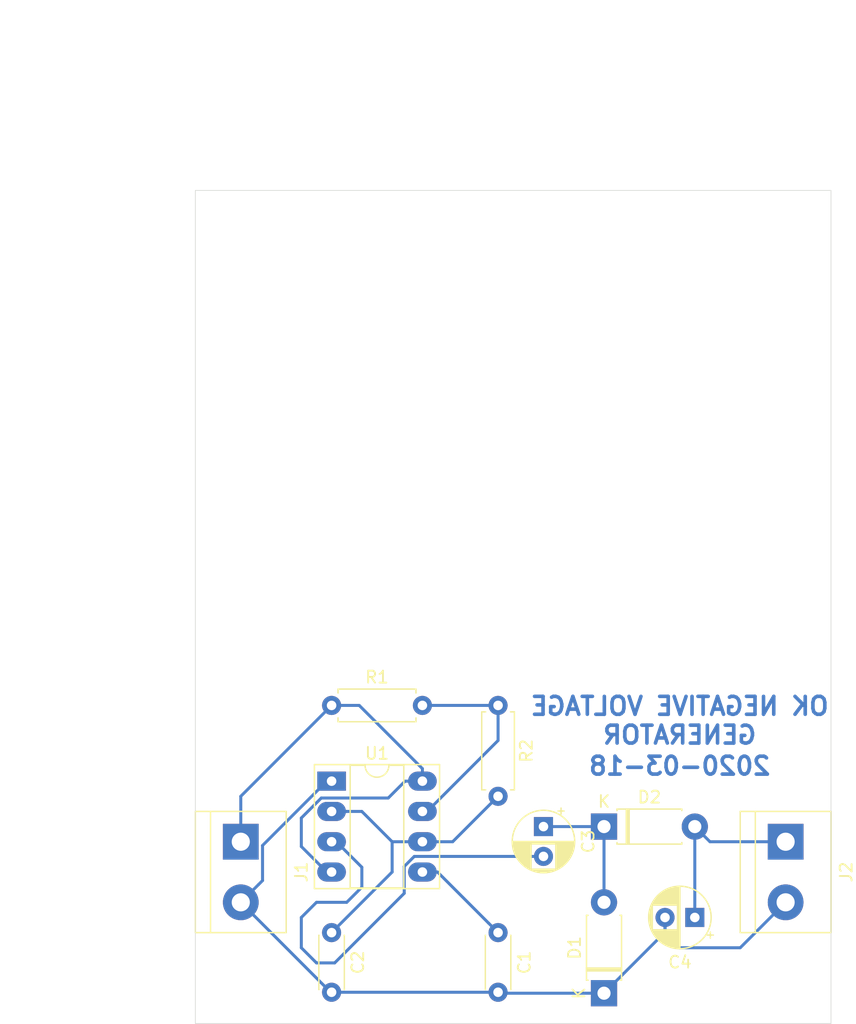
<source format=kicad_pcb>
(kicad_pcb (version 20171130) (host pcbnew "(5.1.4)-1")

  (general
    (thickness 1.6)
    (drawings 8)
    (tracks 65)
    (zones 0)
    (modules 11)
    (nets 9)
  )

  (page A4)
  (layers
    (0 F.Cu signal)
    (31 B.Cu signal)
    (32 B.Adhes user)
    (33 F.Adhes user)
    (34 B.Paste user)
    (35 F.Paste user)
    (36 B.SilkS user)
    (37 F.SilkS user)
    (38 B.Mask user)
    (39 F.Mask user)
    (40 Dwgs.User user)
    (41 Cmts.User user)
    (42 Eco1.User user)
    (43 Eco2.User user)
    (44 Edge.Cuts user)
    (45 Margin user)
    (46 B.CrtYd user)
    (47 F.CrtYd user)
    (48 B.Fab user)
    (49 F.Fab user)
  )

  (setup
    (last_trace_width 0.25)
    (trace_clearance 0.2)
    (zone_clearance 0.508)
    (zone_45_only no)
    (trace_min 0.2)
    (via_size 0.8)
    (via_drill 0.4)
    (via_min_size 0.4)
    (via_min_drill 0.3)
    (uvia_size 0.3)
    (uvia_drill 0.1)
    (uvias_allowed no)
    (uvia_min_size 0.2)
    (uvia_min_drill 0.1)
    (edge_width 0.05)
    (segment_width 0.2)
    (pcb_text_width 0.3)
    (pcb_text_size 1.5 1.5)
    (mod_edge_width 0.12)
    (mod_text_size 1 1)
    (mod_text_width 0.15)
    (pad_size 1.524 1.524)
    (pad_drill 0.762)
    (pad_to_mask_clearance 0.051)
    (solder_mask_min_width 0.25)
    (aux_axis_origin 0 0)
    (visible_elements 7FFFFFFF)
    (pcbplotparams
      (layerselection 0x010fc_ffffffff)
      (usegerberextensions false)
      (usegerberattributes false)
      (usegerberadvancedattributes false)
      (creategerberjobfile false)
      (excludeedgelayer true)
      (linewidth 0.100000)
      (plotframeref false)
      (viasonmask false)
      (mode 1)
      (useauxorigin false)
      (hpglpennumber 1)
      (hpglpenspeed 20)
      (hpglpendiameter 15.000000)
      (psnegative false)
      (psa4output false)
      (plotreference true)
      (plotvalue true)
      (plotinvisibletext false)
      (padsonsilk false)
      (subtractmaskfromsilk false)
      (outputformat 1)
      (mirror false)
      (drillshape 1)
      (scaleselection 1)
      (outputdirectory ""))
  )

  (net 0 "")
  (net 1 N$2)
  (net 2 GND)
  (net 3 N$1)
  (net 4 N$5)
  (net 5 N$4)
  (net 6 N$6)
  (net 7 VCC)
  (net 8 N$3)

  (net_class Default "This is the default net class."
    (clearance 0.2)
    (trace_width 0.25)
    (via_dia 0.8)
    (via_drill 0.4)
    (uvia_dia 0.3)
    (uvia_drill 0.1)
    (add_net GND)
    (add_net N$1)
    (add_net N$2)
    (add_net N$3)
    (add_net N$4)
    (add_net N$5)
    (add_net N$6)
    (add_net VCC)
  )

  (module Capacitor_THT:C_Disc_D4.3mm_W1.9mm_P5.00mm (layer F.Cu) (tedit 5AE50EF0) (tstamp 5E71B1E6)
    (at 76.2 154.94 270)
    (descr "C, Disc series, Radial, pin pitch=5.00mm, , diameter*width=4.3*1.9mm^2, Capacitor, http://www.vishay.com/docs/45233/krseries.pdf")
    (tags "C Disc series Radial pin pitch 5.00mm  diameter 4.3mm width 1.9mm Capacitor")
    (path /top/make_capacitor0/7015427433656065807)
    (fp_text reference C1 (at 2.5 -2.2 90) (layer F.SilkS)
      (effects (font (size 1 1) (thickness 0.15)))
    )
    (fp_text value 0.1uF (at 2.5 2.2 90) (layer F.Fab)
      (effects (font (size 1 1) (thickness 0.15)))
    )
    (fp_text user %R (at 2.5 0 90) (layer F.Fab)
      (effects (font (size 0.86 0.86) (thickness 0.129)))
    )
    (fp_line (start 6.05 -1.2) (end -1.05 -1.2) (layer F.CrtYd) (width 0.05))
    (fp_line (start 6.05 1.2) (end 6.05 -1.2) (layer F.CrtYd) (width 0.05))
    (fp_line (start -1.05 1.2) (end 6.05 1.2) (layer F.CrtYd) (width 0.05))
    (fp_line (start -1.05 -1.2) (end -1.05 1.2) (layer F.CrtYd) (width 0.05))
    (fp_line (start 4.77 1.055) (end 4.77 1.07) (layer F.SilkS) (width 0.12))
    (fp_line (start 4.77 -1.07) (end 4.77 -1.055) (layer F.SilkS) (width 0.12))
    (fp_line (start 0.23 1.055) (end 0.23 1.07) (layer F.SilkS) (width 0.12))
    (fp_line (start 0.23 -1.07) (end 0.23 -1.055) (layer F.SilkS) (width 0.12))
    (fp_line (start 0.23 1.07) (end 4.77 1.07) (layer F.SilkS) (width 0.12))
    (fp_line (start 0.23 -1.07) (end 4.77 -1.07) (layer F.SilkS) (width 0.12))
    (fp_line (start 4.65 -0.95) (end 0.35 -0.95) (layer F.Fab) (width 0.1))
    (fp_line (start 4.65 0.95) (end 4.65 -0.95) (layer F.Fab) (width 0.1))
    (fp_line (start 0.35 0.95) (end 4.65 0.95) (layer F.Fab) (width 0.1))
    (fp_line (start 0.35 -0.95) (end 0.35 0.95) (layer F.Fab) (width 0.1))
    (pad 2 thru_hole circle (at 5 0 270) (size 1.6 1.6) (drill 0.8) (layers *.Cu *.Mask)
      (net 2 GND))
    (pad 1 thru_hole circle (at 0 0 270) (size 1.6 1.6) (drill 0.8) (layers *.Cu *.Mask)
      (net 1 N$2))
    (model ${KISYS3DMOD}/Capacitor_THT.3dshapes/C_Disc_D4.3mm_W1.9mm_P5.00mm.wrl
      (at (xyz 0 0 0))
      (scale (xyz 1 1 1))
      (rotate (xyz 0 0 0))
    )
  )

  (module Capacitor_THT:C_Disc_D4.3mm_W1.9mm_P5.00mm (layer F.Cu) (tedit 5AE50EF0) (tstamp 5E71B1FB)
    (at 62.23 154.94 270)
    (descr "C, Disc series, Radial, pin pitch=5.00mm, , diameter*width=4.3*1.9mm^2, Capacitor, http://www.vishay.com/docs/45233/krseries.pdf")
    (tags "C Disc series Radial pin pitch 5.00mm  diameter 4.3mm width 1.9mm Capacitor")
    (path /top/make_capacitor1/17300385552054863131)
    (fp_text reference C2 (at 2.5 -2.2 90) (layer F.SilkS)
      (effects (font (size 1 1) (thickness 0.15)))
    )
    (fp_text value 0.022uF (at 2.5 2.2 90) (layer F.Fab)
      (effects (font (size 1 1) (thickness 0.15)))
    )
    (fp_line (start 0.35 -0.95) (end 0.35 0.95) (layer F.Fab) (width 0.1))
    (fp_line (start 0.35 0.95) (end 4.65 0.95) (layer F.Fab) (width 0.1))
    (fp_line (start 4.65 0.95) (end 4.65 -0.95) (layer F.Fab) (width 0.1))
    (fp_line (start 4.65 -0.95) (end 0.35 -0.95) (layer F.Fab) (width 0.1))
    (fp_line (start 0.23 -1.07) (end 4.77 -1.07) (layer F.SilkS) (width 0.12))
    (fp_line (start 0.23 1.07) (end 4.77 1.07) (layer F.SilkS) (width 0.12))
    (fp_line (start 0.23 -1.07) (end 0.23 -1.055) (layer F.SilkS) (width 0.12))
    (fp_line (start 0.23 1.055) (end 0.23 1.07) (layer F.SilkS) (width 0.12))
    (fp_line (start 4.77 -1.07) (end 4.77 -1.055) (layer F.SilkS) (width 0.12))
    (fp_line (start 4.77 1.055) (end 4.77 1.07) (layer F.SilkS) (width 0.12))
    (fp_line (start -1.05 -1.2) (end -1.05 1.2) (layer F.CrtYd) (width 0.05))
    (fp_line (start -1.05 1.2) (end 6.05 1.2) (layer F.CrtYd) (width 0.05))
    (fp_line (start 6.05 1.2) (end 6.05 -1.2) (layer F.CrtYd) (width 0.05))
    (fp_line (start 6.05 -1.2) (end -1.05 -1.2) (layer F.CrtYd) (width 0.05))
    (fp_text user %R (at 2.5 0 90) (layer F.Fab)
      (effects (font (size 0.86 0.86) (thickness 0.129)))
    )
    (pad 1 thru_hole circle (at 0 0 270) (size 1.6 1.6) (drill 0.8) (layers *.Cu *.Mask)
      (net 3 N$1))
    (pad 2 thru_hole circle (at 5 0 270) (size 1.6 1.6) (drill 0.8) (layers *.Cu *.Mask)
      (net 2 GND))
    (model ${KISYS3DMOD}/Capacitor_THT.3dshapes/C_Disc_D4.3mm_W1.9mm_P5.00mm.wrl
      (at (xyz 0 0 0))
      (scale (xyz 1 1 1))
      (rotate (xyz 0 0 0))
    )
  )

  (module Capacitor_THT:CP_Radial_D5.0mm_P2.50mm (layer F.Cu) (tedit 5AE50EF0) (tstamp 5E72EEBA)
    (at 80.01 146.05 270)
    (descr "CP, Radial series, Radial, pin pitch=2.50mm, , diameter=5mm, Electrolytic Capacitor")
    (tags "CP Radial series Radial pin pitch 2.50mm  diameter 5mm Electrolytic Capacitor")
    (path /top/make_electrolytic_capacitor0/7105215154516364399)
    (fp_text reference C3 (at 1.25 -3.75 90) (layer F.SilkS)
      (effects (font (size 1 1) (thickness 0.15)))
    )
    (fp_text value 22uF (at 1.25 3.75 90) (layer F.Fab)
      (effects (font (size 1 1) (thickness 0.15)))
    )
    (fp_text user %R (at 1.25 0 90) (layer F.Fab)
      (effects (font (size 1 1) (thickness 0.15)))
    )
    (fp_line (start -1.304775 -1.725) (end -1.304775 -1.225) (layer F.SilkS) (width 0.12))
    (fp_line (start -1.554775 -1.475) (end -1.054775 -1.475) (layer F.SilkS) (width 0.12))
    (fp_line (start 3.851 -0.284) (end 3.851 0.284) (layer F.SilkS) (width 0.12))
    (fp_line (start 3.811 -0.518) (end 3.811 0.518) (layer F.SilkS) (width 0.12))
    (fp_line (start 3.771 -0.677) (end 3.771 0.677) (layer F.SilkS) (width 0.12))
    (fp_line (start 3.731 -0.805) (end 3.731 0.805) (layer F.SilkS) (width 0.12))
    (fp_line (start 3.691 -0.915) (end 3.691 0.915) (layer F.SilkS) (width 0.12))
    (fp_line (start 3.651 -1.011) (end 3.651 1.011) (layer F.SilkS) (width 0.12))
    (fp_line (start 3.611 -1.098) (end 3.611 1.098) (layer F.SilkS) (width 0.12))
    (fp_line (start 3.571 -1.178) (end 3.571 1.178) (layer F.SilkS) (width 0.12))
    (fp_line (start 3.531 1.04) (end 3.531 1.251) (layer F.SilkS) (width 0.12))
    (fp_line (start 3.531 -1.251) (end 3.531 -1.04) (layer F.SilkS) (width 0.12))
    (fp_line (start 3.491 1.04) (end 3.491 1.319) (layer F.SilkS) (width 0.12))
    (fp_line (start 3.491 -1.319) (end 3.491 -1.04) (layer F.SilkS) (width 0.12))
    (fp_line (start 3.451 1.04) (end 3.451 1.383) (layer F.SilkS) (width 0.12))
    (fp_line (start 3.451 -1.383) (end 3.451 -1.04) (layer F.SilkS) (width 0.12))
    (fp_line (start 3.411 1.04) (end 3.411 1.443) (layer F.SilkS) (width 0.12))
    (fp_line (start 3.411 -1.443) (end 3.411 -1.04) (layer F.SilkS) (width 0.12))
    (fp_line (start 3.371 1.04) (end 3.371 1.5) (layer F.SilkS) (width 0.12))
    (fp_line (start 3.371 -1.5) (end 3.371 -1.04) (layer F.SilkS) (width 0.12))
    (fp_line (start 3.331 1.04) (end 3.331 1.554) (layer F.SilkS) (width 0.12))
    (fp_line (start 3.331 -1.554) (end 3.331 -1.04) (layer F.SilkS) (width 0.12))
    (fp_line (start 3.291 1.04) (end 3.291 1.605) (layer F.SilkS) (width 0.12))
    (fp_line (start 3.291 -1.605) (end 3.291 -1.04) (layer F.SilkS) (width 0.12))
    (fp_line (start 3.251 1.04) (end 3.251 1.653) (layer F.SilkS) (width 0.12))
    (fp_line (start 3.251 -1.653) (end 3.251 -1.04) (layer F.SilkS) (width 0.12))
    (fp_line (start 3.211 1.04) (end 3.211 1.699) (layer F.SilkS) (width 0.12))
    (fp_line (start 3.211 -1.699) (end 3.211 -1.04) (layer F.SilkS) (width 0.12))
    (fp_line (start 3.171 1.04) (end 3.171 1.743) (layer F.SilkS) (width 0.12))
    (fp_line (start 3.171 -1.743) (end 3.171 -1.04) (layer F.SilkS) (width 0.12))
    (fp_line (start 3.131 1.04) (end 3.131 1.785) (layer F.SilkS) (width 0.12))
    (fp_line (start 3.131 -1.785) (end 3.131 -1.04) (layer F.SilkS) (width 0.12))
    (fp_line (start 3.091 1.04) (end 3.091 1.826) (layer F.SilkS) (width 0.12))
    (fp_line (start 3.091 -1.826) (end 3.091 -1.04) (layer F.SilkS) (width 0.12))
    (fp_line (start 3.051 1.04) (end 3.051 1.864) (layer F.SilkS) (width 0.12))
    (fp_line (start 3.051 -1.864) (end 3.051 -1.04) (layer F.SilkS) (width 0.12))
    (fp_line (start 3.011 1.04) (end 3.011 1.901) (layer F.SilkS) (width 0.12))
    (fp_line (start 3.011 -1.901) (end 3.011 -1.04) (layer F.SilkS) (width 0.12))
    (fp_line (start 2.971 1.04) (end 2.971 1.937) (layer F.SilkS) (width 0.12))
    (fp_line (start 2.971 -1.937) (end 2.971 -1.04) (layer F.SilkS) (width 0.12))
    (fp_line (start 2.931 1.04) (end 2.931 1.971) (layer F.SilkS) (width 0.12))
    (fp_line (start 2.931 -1.971) (end 2.931 -1.04) (layer F.SilkS) (width 0.12))
    (fp_line (start 2.891 1.04) (end 2.891 2.004) (layer F.SilkS) (width 0.12))
    (fp_line (start 2.891 -2.004) (end 2.891 -1.04) (layer F.SilkS) (width 0.12))
    (fp_line (start 2.851 1.04) (end 2.851 2.035) (layer F.SilkS) (width 0.12))
    (fp_line (start 2.851 -2.035) (end 2.851 -1.04) (layer F.SilkS) (width 0.12))
    (fp_line (start 2.811 1.04) (end 2.811 2.065) (layer F.SilkS) (width 0.12))
    (fp_line (start 2.811 -2.065) (end 2.811 -1.04) (layer F.SilkS) (width 0.12))
    (fp_line (start 2.771 1.04) (end 2.771 2.095) (layer F.SilkS) (width 0.12))
    (fp_line (start 2.771 -2.095) (end 2.771 -1.04) (layer F.SilkS) (width 0.12))
    (fp_line (start 2.731 1.04) (end 2.731 2.122) (layer F.SilkS) (width 0.12))
    (fp_line (start 2.731 -2.122) (end 2.731 -1.04) (layer F.SilkS) (width 0.12))
    (fp_line (start 2.691 1.04) (end 2.691 2.149) (layer F.SilkS) (width 0.12))
    (fp_line (start 2.691 -2.149) (end 2.691 -1.04) (layer F.SilkS) (width 0.12))
    (fp_line (start 2.651 1.04) (end 2.651 2.175) (layer F.SilkS) (width 0.12))
    (fp_line (start 2.651 -2.175) (end 2.651 -1.04) (layer F.SilkS) (width 0.12))
    (fp_line (start 2.611 1.04) (end 2.611 2.2) (layer F.SilkS) (width 0.12))
    (fp_line (start 2.611 -2.2) (end 2.611 -1.04) (layer F.SilkS) (width 0.12))
    (fp_line (start 2.571 1.04) (end 2.571 2.224) (layer F.SilkS) (width 0.12))
    (fp_line (start 2.571 -2.224) (end 2.571 -1.04) (layer F.SilkS) (width 0.12))
    (fp_line (start 2.531 1.04) (end 2.531 2.247) (layer F.SilkS) (width 0.12))
    (fp_line (start 2.531 -2.247) (end 2.531 -1.04) (layer F.SilkS) (width 0.12))
    (fp_line (start 2.491 1.04) (end 2.491 2.268) (layer F.SilkS) (width 0.12))
    (fp_line (start 2.491 -2.268) (end 2.491 -1.04) (layer F.SilkS) (width 0.12))
    (fp_line (start 2.451 1.04) (end 2.451 2.29) (layer F.SilkS) (width 0.12))
    (fp_line (start 2.451 -2.29) (end 2.451 -1.04) (layer F.SilkS) (width 0.12))
    (fp_line (start 2.411 1.04) (end 2.411 2.31) (layer F.SilkS) (width 0.12))
    (fp_line (start 2.411 -2.31) (end 2.411 -1.04) (layer F.SilkS) (width 0.12))
    (fp_line (start 2.371 1.04) (end 2.371 2.329) (layer F.SilkS) (width 0.12))
    (fp_line (start 2.371 -2.329) (end 2.371 -1.04) (layer F.SilkS) (width 0.12))
    (fp_line (start 2.331 1.04) (end 2.331 2.348) (layer F.SilkS) (width 0.12))
    (fp_line (start 2.331 -2.348) (end 2.331 -1.04) (layer F.SilkS) (width 0.12))
    (fp_line (start 2.291 1.04) (end 2.291 2.365) (layer F.SilkS) (width 0.12))
    (fp_line (start 2.291 -2.365) (end 2.291 -1.04) (layer F.SilkS) (width 0.12))
    (fp_line (start 2.251 1.04) (end 2.251 2.382) (layer F.SilkS) (width 0.12))
    (fp_line (start 2.251 -2.382) (end 2.251 -1.04) (layer F.SilkS) (width 0.12))
    (fp_line (start 2.211 1.04) (end 2.211 2.398) (layer F.SilkS) (width 0.12))
    (fp_line (start 2.211 -2.398) (end 2.211 -1.04) (layer F.SilkS) (width 0.12))
    (fp_line (start 2.171 1.04) (end 2.171 2.414) (layer F.SilkS) (width 0.12))
    (fp_line (start 2.171 -2.414) (end 2.171 -1.04) (layer F.SilkS) (width 0.12))
    (fp_line (start 2.131 1.04) (end 2.131 2.428) (layer F.SilkS) (width 0.12))
    (fp_line (start 2.131 -2.428) (end 2.131 -1.04) (layer F.SilkS) (width 0.12))
    (fp_line (start 2.091 1.04) (end 2.091 2.442) (layer F.SilkS) (width 0.12))
    (fp_line (start 2.091 -2.442) (end 2.091 -1.04) (layer F.SilkS) (width 0.12))
    (fp_line (start 2.051 1.04) (end 2.051 2.455) (layer F.SilkS) (width 0.12))
    (fp_line (start 2.051 -2.455) (end 2.051 -1.04) (layer F.SilkS) (width 0.12))
    (fp_line (start 2.011 1.04) (end 2.011 2.468) (layer F.SilkS) (width 0.12))
    (fp_line (start 2.011 -2.468) (end 2.011 -1.04) (layer F.SilkS) (width 0.12))
    (fp_line (start 1.971 1.04) (end 1.971 2.48) (layer F.SilkS) (width 0.12))
    (fp_line (start 1.971 -2.48) (end 1.971 -1.04) (layer F.SilkS) (width 0.12))
    (fp_line (start 1.93 1.04) (end 1.93 2.491) (layer F.SilkS) (width 0.12))
    (fp_line (start 1.93 -2.491) (end 1.93 -1.04) (layer F.SilkS) (width 0.12))
    (fp_line (start 1.89 1.04) (end 1.89 2.501) (layer F.SilkS) (width 0.12))
    (fp_line (start 1.89 -2.501) (end 1.89 -1.04) (layer F.SilkS) (width 0.12))
    (fp_line (start 1.85 1.04) (end 1.85 2.511) (layer F.SilkS) (width 0.12))
    (fp_line (start 1.85 -2.511) (end 1.85 -1.04) (layer F.SilkS) (width 0.12))
    (fp_line (start 1.81 1.04) (end 1.81 2.52) (layer F.SilkS) (width 0.12))
    (fp_line (start 1.81 -2.52) (end 1.81 -1.04) (layer F.SilkS) (width 0.12))
    (fp_line (start 1.77 1.04) (end 1.77 2.528) (layer F.SilkS) (width 0.12))
    (fp_line (start 1.77 -2.528) (end 1.77 -1.04) (layer F.SilkS) (width 0.12))
    (fp_line (start 1.73 1.04) (end 1.73 2.536) (layer F.SilkS) (width 0.12))
    (fp_line (start 1.73 -2.536) (end 1.73 -1.04) (layer F.SilkS) (width 0.12))
    (fp_line (start 1.69 1.04) (end 1.69 2.543) (layer F.SilkS) (width 0.12))
    (fp_line (start 1.69 -2.543) (end 1.69 -1.04) (layer F.SilkS) (width 0.12))
    (fp_line (start 1.65 1.04) (end 1.65 2.55) (layer F.SilkS) (width 0.12))
    (fp_line (start 1.65 -2.55) (end 1.65 -1.04) (layer F.SilkS) (width 0.12))
    (fp_line (start 1.61 1.04) (end 1.61 2.556) (layer F.SilkS) (width 0.12))
    (fp_line (start 1.61 -2.556) (end 1.61 -1.04) (layer F.SilkS) (width 0.12))
    (fp_line (start 1.57 1.04) (end 1.57 2.561) (layer F.SilkS) (width 0.12))
    (fp_line (start 1.57 -2.561) (end 1.57 -1.04) (layer F.SilkS) (width 0.12))
    (fp_line (start 1.53 1.04) (end 1.53 2.565) (layer F.SilkS) (width 0.12))
    (fp_line (start 1.53 -2.565) (end 1.53 -1.04) (layer F.SilkS) (width 0.12))
    (fp_line (start 1.49 1.04) (end 1.49 2.569) (layer F.SilkS) (width 0.12))
    (fp_line (start 1.49 -2.569) (end 1.49 -1.04) (layer F.SilkS) (width 0.12))
    (fp_line (start 1.45 -2.573) (end 1.45 2.573) (layer F.SilkS) (width 0.12))
    (fp_line (start 1.41 -2.576) (end 1.41 2.576) (layer F.SilkS) (width 0.12))
    (fp_line (start 1.37 -2.578) (end 1.37 2.578) (layer F.SilkS) (width 0.12))
    (fp_line (start 1.33 -2.579) (end 1.33 2.579) (layer F.SilkS) (width 0.12))
    (fp_line (start 1.29 -2.58) (end 1.29 2.58) (layer F.SilkS) (width 0.12))
    (fp_line (start 1.25 -2.58) (end 1.25 2.58) (layer F.SilkS) (width 0.12))
    (fp_line (start -0.633605 -1.3375) (end -0.633605 -0.8375) (layer F.Fab) (width 0.1))
    (fp_line (start -0.883605 -1.0875) (end -0.383605 -1.0875) (layer F.Fab) (width 0.1))
    (fp_circle (center 1.25 0) (end 4 0) (layer F.CrtYd) (width 0.05))
    (fp_circle (center 1.25 0) (end 3.87 0) (layer F.SilkS) (width 0.12))
    (fp_circle (center 1.25 0) (end 3.75 0) (layer F.Fab) (width 0.1))
    (pad 2 thru_hole circle (at 2.5 0 270) (size 1.6 1.6) (drill 0.8) (layers *.Cu *.Mask)
      (net 5 N$4))
    (pad 1 thru_hole rect (at 0 0 270) (size 1.6 1.6) (drill 0.8) (layers *.Cu *.Mask)
      (net 4 N$5))
    (model ${KISYS3DMOD}/Capacitor_THT.3dshapes/CP_Radial_D5.0mm_P2.50mm.wrl
      (at (xyz 0 0 0))
      (scale (xyz 1 1 1))
      (rotate (xyz 0 0 0))
    )
  )

  (module Capacitor_THT:CP_Radial_D5.0mm_P2.50mm (layer F.Cu) (tedit 5AE50EF0) (tstamp 5E71B303)
    (at 92.71 153.67 180)
    (descr "CP, Radial series, Radial, pin pitch=2.50mm, , diameter=5mm, Electrolytic Capacitor")
    (tags "CP Radial series Radial pin pitch 2.50mm  diameter 5mm Electrolytic Capacitor")
    (path /top/make_electrolytic_capacitor1/12484858582552334614)
    (fp_text reference C4 (at 1.25 -3.75) (layer F.SilkS)
      (effects (font (size 1 1) (thickness 0.15)))
    )
    (fp_text value 22uF (at 1.25 3.75) (layer F.Fab)
      (effects (font (size 1 1) (thickness 0.15)))
    )
    (fp_circle (center 1.25 0) (end 3.75 0) (layer F.Fab) (width 0.1))
    (fp_circle (center 1.25 0) (end 3.87 0) (layer F.SilkS) (width 0.12))
    (fp_circle (center 1.25 0) (end 4 0) (layer F.CrtYd) (width 0.05))
    (fp_line (start -0.883605 -1.0875) (end -0.383605 -1.0875) (layer F.Fab) (width 0.1))
    (fp_line (start -0.633605 -1.3375) (end -0.633605 -0.8375) (layer F.Fab) (width 0.1))
    (fp_line (start 1.25 -2.58) (end 1.25 2.58) (layer F.SilkS) (width 0.12))
    (fp_line (start 1.29 -2.58) (end 1.29 2.58) (layer F.SilkS) (width 0.12))
    (fp_line (start 1.33 -2.579) (end 1.33 2.579) (layer F.SilkS) (width 0.12))
    (fp_line (start 1.37 -2.578) (end 1.37 2.578) (layer F.SilkS) (width 0.12))
    (fp_line (start 1.41 -2.576) (end 1.41 2.576) (layer F.SilkS) (width 0.12))
    (fp_line (start 1.45 -2.573) (end 1.45 2.573) (layer F.SilkS) (width 0.12))
    (fp_line (start 1.49 -2.569) (end 1.49 -1.04) (layer F.SilkS) (width 0.12))
    (fp_line (start 1.49 1.04) (end 1.49 2.569) (layer F.SilkS) (width 0.12))
    (fp_line (start 1.53 -2.565) (end 1.53 -1.04) (layer F.SilkS) (width 0.12))
    (fp_line (start 1.53 1.04) (end 1.53 2.565) (layer F.SilkS) (width 0.12))
    (fp_line (start 1.57 -2.561) (end 1.57 -1.04) (layer F.SilkS) (width 0.12))
    (fp_line (start 1.57 1.04) (end 1.57 2.561) (layer F.SilkS) (width 0.12))
    (fp_line (start 1.61 -2.556) (end 1.61 -1.04) (layer F.SilkS) (width 0.12))
    (fp_line (start 1.61 1.04) (end 1.61 2.556) (layer F.SilkS) (width 0.12))
    (fp_line (start 1.65 -2.55) (end 1.65 -1.04) (layer F.SilkS) (width 0.12))
    (fp_line (start 1.65 1.04) (end 1.65 2.55) (layer F.SilkS) (width 0.12))
    (fp_line (start 1.69 -2.543) (end 1.69 -1.04) (layer F.SilkS) (width 0.12))
    (fp_line (start 1.69 1.04) (end 1.69 2.543) (layer F.SilkS) (width 0.12))
    (fp_line (start 1.73 -2.536) (end 1.73 -1.04) (layer F.SilkS) (width 0.12))
    (fp_line (start 1.73 1.04) (end 1.73 2.536) (layer F.SilkS) (width 0.12))
    (fp_line (start 1.77 -2.528) (end 1.77 -1.04) (layer F.SilkS) (width 0.12))
    (fp_line (start 1.77 1.04) (end 1.77 2.528) (layer F.SilkS) (width 0.12))
    (fp_line (start 1.81 -2.52) (end 1.81 -1.04) (layer F.SilkS) (width 0.12))
    (fp_line (start 1.81 1.04) (end 1.81 2.52) (layer F.SilkS) (width 0.12))
    (fp_line (start 1.85 -2.511) (end 1.85 -1.04) (layer F.SilkS) (width 0.12))
    (fp_line (start 1.85 1.04) (end 1.85 2.511) (layer F.SilkS) (width 0.12))
    (fp_line (start 1.89 -2.501) (end 1.89 -1.04) (layer F.SilkS) (width 0.12))
    (fp_line (start 1.89 1.04) (end 1.89 2.501) (layer F.SilkS) (width 0.12))
    (fp_line (start 1.93 -2.491) (end 1.93 -1.04) (layer F.SilkS) (width 0.12))
    (fp_line (start 1.93 1.04) (end 1.93 2.491) (layer F.SilkS) (width 0.12))
    (fp_line (start 1.971 -2.48) (end 1.971 -1.04) (layer F.SilkS) (width 0.12))
    (fp_line (start 1.971 1.04) (end 1.971 2.48) (layer F.SilkS) (width 0.12))
    (fp_line (start 2.011 -2.468) (end 2.011 -1.04) (layer F.SilkS) (width 0.12))
    (fp_line (start 2.011 1.04) (end 2.011 2.468) (layer F.SilkS) (width 0.12))
    (fp_line (start 2.051 -2.455) (end 2.051 -1.04) (layer F.SilkS) (width 0.12))
    (fp_line (start 2.051 1.04) (end 2.051 2.455) (layer F.SilkS) (width 0.12))
    (fp_line (start 2.091 -2.442) (end 2.091 -1.04) (layer F.SilkS) (width 0.12))
    (fp_line (start 2.091 1.04) (end 2.091 2.442) (layer F.SilkS) (width 0.12))
    (fp_line (start 2.131 -2.428) (end 2.131 -1.04) (layer F.SilkS) (width 0.12))
    (fp_line (start 2.131 1.04) (end 2.131 2.428) (layer F.SilkS) (width 0.12))
    (fp_line (start 2.171 -2.414) (end 2.171 -1.04) (layer F.SilkS) (width 0.12))
    (fp_line (start 2.171 1.04) (end 2.171 2.414) (layer F.SilkS) (width 0.12))
    (fp_line (start 2.211 -2.398) (end 2.211 -1.04) (layer F.SilkS) (width 0.12))
    (fp_line (start 2.211 1.04) (end 2.211 2.398) (layer F.SilkS) (width 0.12))
    (fp_line (start 2.251 -2.382) (end 2.251 -1.04) (layer F.SilkS) (width 0.12))
    (fp_line (start 2.251 1.04) (end 2.251 2.382) (layer F.SilkS) (width 0.12))
    (fp_line (start 2.291 -2.365) (end 2.291 -1.04) (layer F.SilkS) (width 0.12))
    (fp_line (start 2.291 1.04) (end 2.291 2.365) (layer F.SilkS) (width 0.12))
    (fp_line (start 2.331 -2.348) (end 2.331 -1.04) (layer F.SilkS) (width 0.12))
    (fp_line (start 2.331 1.04) (end 2.331 2.348) (layer F.SilkS) (width 0.12))
    (fp_line (start 2.371 -2.329) (end 2.371 -1.04) (layer F.SilkS) (width 0.12))
    (fp_line (start 2.371 1.04) (end 2.371 2.329) (layer F.SilkS) (width 0.12))
    (fp_line (start 2.411 -2.31) (end 2.411 -1.04) (layer F.SilkS) (width 0.12))
    (fp_line (start 2.411 1.04) (end 2.411 2.31) (layer F.SilkS) (width 0.12))
    (fp_line (start 2.451 -2.29) (end 2.451 -1.04) (layer F.SilkS) (width 0.12))
    (fp_line (start 2.451 1.04) (end 2.451 2.29) (layer F.SilkS) (width 0.12))
    (fp_line (start 2.491 -2.268) (end 2.491 -1.04) (layer F.SilkS) (width 0.12))
    (fp_line (start 2.491 1.04) (end 2.491 2.268) (layer F.SilkS) (width 0.12))
    (fp_line (start 2.531 -2.247) (end 2.531 -1.04) (layer F.SilkS) (width 0.12))
    (fp_line (start 2.531 1.04) (end 2.531 2.247) (layer F.SilkS) (width 0.12))
    (fp_line (start 2.571 -2.224) (end 2.571 -1.04) (layer F.SilkS) (width 0.12))
    (fp_line (start 2.571 1.04) (end 2.571 2.224) (layer F.SilkS) (width 0.12))
    (fp_line (start 2.611 -2.2) (end 2.611 -1.04) (layer F.SilkS) (width 0.12))
    (fp_line (start 2.611 1.04) (end 2.611 2.2) (layer F.SilkS) (width 0.12))
    (fp_line (start 2.651 -2.175) (end 2.651 -1.04) (layer F.SilkS) (width 0.12))
    (fp_line (start 2.651 1.04) (end 2.651 2.175) (layer F.SilkS) (width 0.12))
    (fp_line (start 2.691 -2.149) (end 2.691 -1.04) (layer F.SilkS) (width 0.12))
    (fp_line (start 2.691 1.04) (end 2.691 2.149) (layer F.SilkS) (width 0.12))
    (fp_line (start 2.731 -2.122) (end 2.731 -1.04) (layer F.SilkS) (width 0.12))
    (fp_line (start 2.731 1.04) (end 2.731 2.122) (layer F.SilkS) (width 0.12))
    (fp_line (start 2.771 -2.095) (end 2.771 -1.04) (layer F.SilkS) (width 0.12))
    (fp_line (start 2.771 1.04) (end 2.771 2.095) (layer F.SilkS) (width 0.12))
    (fp_line (start 2.811 -2.065) (end 2.811 -1.04) (layer F.SilkS) (width 0.12))
    (fp_line (start 2.811 1.04) (end 2.811 2.065) (layer F.SilkS) (width 0.12))
    (fp_line (start 2.851 -2.035) (end 2.851 -1.04) (layer F.SilkS) (width 0.12))
    (fp_line (start 2.851 1.04) (end 2.851 2.035) (layer F.SilkS) (width 0.12))
    (fp_line (start 2.891 -2.004) (end 2.891 -1.04) (layer F.SilkS) (width 0.12))
    (fp_line (start 2.891 1.04) (end 2.891 2.004) (layer F.SilkS) (width 0.12))
    (fp_line (start 2.931 -1.971) (end 2.931 -1.04) (layer F.SilkS) (width 0.12))
    (fp_line (start 2.931 1.04) (end 2.931 1.971) (layer F.SilkS) (width 0.12))
    (fp_line (start 2.971 -1.937) (end 2.971 -1.04) (layer F.SilkS) (width 0.12))
    (fp_line (start 2.971 1.04) (end 2.971 1.937) (layer F.SilkS) (width 0.12))
    (fp_line (start 3.011 -1.901) (end 3.011 -1.04) (layer F.SilkS) (width 0.12))
    (fp_line (start 3.011 1.04) (end 3.011 1.901) (layer F.SilkS) (width 0.12))
    (fp_line (start 3.051 -1.864) (end 3.051 -1.04) (layer F.SilkS) (width 0.12))
    (fp_line (start 3.051 1.04) (end 3.051 1.864) (layer F.SilkS) (width 0.12))
    (fp_line (start 3.091 -1.826) (end 3.091 -1.04) (layer F.SilkS) (width 0.12))
    (fp_line (start 3.091 1.04) (end 3.091 1.826) (layer F.SilkS) (width 0.12))
    (fp_line (start 3.131 -1.785) (end 3.131 -1.04) (layer F.SilkS) (width 0.12))
    (fp_line (start 3.131 1.04) (end 3.131 1.785) (layer F.SilkS) (width 0.12))
    (fp_line (start 3.171 -1.743) (end 3.171 -1.04) (layer F.SilkS) (width 0.12))
    (fp_line (start 3.171 1.04) (end 3.171 1.743) (layer F.SilkS) (width 0.12))
    (fp_line (start 3.211 -1.699) (end 3.211 -1.04) (layer F.SilkS) (width 0.12))
    (fp_line (start 3.211 1.04) (end 3.211 1.699) (layer F.SilkS) (width 0.12))
    (fp_line (start 3.251 -1.653) (end 3.251 -1.04) (layer F.SilkS) (width 0.12))
    (fp_line (start 3.251 1.04) (end 3.251 1.653) (layer F.SilkS) (width 0.12))
    (fp_line (start 3.291 -1.605) (end 3.291 -1.04) (layer F.SilkS) (width 0.12))
    (fp_line (start 3.291 1.04) (end 3.291 1.605) (layer F.SilkS) (width 0.12))
    (fp_line (start 3.331 -1.554) (end 3.331 -1.04) (layer F.SilkS) (width 0.12))
    (fp_line (start 3.331 1.04) (end 3.331 1.554) (layer F.SilkS) (width 0.12))
    (fp_line (start 3.371 -1.5) (end 3.371 -1.04) (layer F.SilkS) (width 0.12))
    (fp_line (start 3.371 1.04) (end 3.371 1.5) (layer F.SilkS) (width 0.12))
    (fp_line (start 3.411 -1.443) (end 3.411 -1.04) (layer F.SilkS) (width 0.12))
    (fp_line (start 3.411 1.04) (end 3.411 1.443) (layer F.SilkS) (width 0.12))
    (fp_line (start 3.451 -1.383) (end 3.451 -1.04) (layer F.SilkS) (width 0.12))
    (fp_line (start 3.451 1.04) (end 3.451 1.383) (layer F.SilkS) (width 0.12))
    (fp_line (start 3.491 -1.319) (end 3.491 -1.04) (layer F.SilkS) (width 0.12))
    (fp_line (start 3.491 1.04) (end 3.491 1.319) (layer F.SilkS) (width 0.12))
    (fp_line (start 3.531 -1.251) (end 3.531 -1.04) (layer F.SilkS) (width 0.12))
    (fp_line (start 3.531 1.04) (end 3.531 1.251) (layer F.SilkS) (width 0.12))
    (fp_line (start 3.571 -1.178) (end 3.571 1.178) (layer F.SilkS) (width 0.12))
    (fp_line (start 3.611 -1.098) (end 3.611 1.098) (layer F.SilkS) (width 0.12))
    (fp_line (start 3.651 -1.011) (end 3.651 1.011) (layer F.SilkS) (width 0.12))
    (fp_line (start 3.691 -0.915) (end 3.691 0.915) (layer F.SilkS) (width 0.12))
    (fp_line (start 3.731 -0.805) (end 3.731 0.805) (layer F.SilkS) (width 0.12))
    (fp_line (start 3.771 -0.677) (end 3.771 0.677) (layer F.SilkS) (width 0.12))
    (fp_line (start 3.811 -0.518) (end 3.811 0.518) (layer F.SilkS) (width 0.12))
    (fp_line (start 3.851 -0.284) (end 3.851 0.284) (layer F.SilkS) (width 0.12))
    (fp_line (start -1.554775 -1.475) (end -1.054775 -1.475) (layer F.SilkS) (width 0.12))
    (fp_line (start -1.304775 -1.725) (end -1.304775 -1.225) (layer F.SilkS) (width 0.12))
    (fp_text user %R (at 1.25 0) (layer F.Fab)
      (effects (font (size 1 1) (thickness 0.15)))
    )
    (pad 1 thru_hole rect (at 0 0 180) (size 1.6 1.6) (drill 0.8) (layers *.Cu *.Mask)
      (net 6 N$6))
    (pad 2 thru_hole circle (at 2.5 0 180) (size 1.6 1.6) (drill 0.8) (layers *.Cu *.Mask)
      (net 2 GND))
    (model ${KISYS3DMOD}/Capacitor_THT.3dshapes/CP_Radial_D5.0mm_P2.50mm.wrl
      (at (xyz 0 0 0))
      (scale (xyz 1 1 1))
      (rotate (xyz 0 0 0))
    )
  )

  (module Diode_THT:D_DO-41_SOD81_P7.62mm_Horizontal (layer F.Cu) (tedit 5AE50CD5) (tstamp 5E71D186)
    (at 85.09 160.02 90)
    (descr "Diode, DO-41_SOD81 series, Axial, Horizontal, pin pitch=7.62mm, , length*diameter=5.2*2.7mm^2, , http://www.diodes.com/_files/packages/DO-41%20(Plastic).pdf")
    (tags "Diode DO-41_SOD81 series Axial Horizontal pin pitch 7.62mm  length 5.2mm diameter 2.7mm")
    (path /top/17575461347615887467)
    (fp_text reference D1 (at 3.81 -2.47 90) (layer F.SilkS)
      (effects (font (size 1 1) (thickness 0.15)))
    )
    (fp_text value 1N4001 (at 3.81 2.47 90) (layer F.Fab)
      (effects (font (size 1 1) (thickness 0.15)))
    )
    (fp_text user K (at 0 -2.1 90) (layer F.SilkS)
      (effects (font (size 1 1) (thickness 0.15)))
    )
    (fp_text user K (at 0 -2.1 90) (layer F.Fab)
      (effects (font (size 1 1) (thickness 0.15)))
    )
    (fp_text user %R (at 4.2 0 90) (layer F.Fab)
      (effects (font (size 1 1) (thickness 0.15)))
    )
    (fp_line (start 8.97 -1.6) (end -1.35 -1.6) (layer F.CrtYd) (width 0.05))
    (fp_line (start 8.97 1.6) (end 8.97 -1.6) (layer F.CrtYd) (width 0.05))
    (fp_line (start -1.35 1.6) (end 8.97 1.6) (layer F.CrtYd) (width 0.05))
    (fp_line (start -1.35 -1.6) (end -1.35 1.6) (layer F.CrtYd) (width 0.05))
    (fp_line (start 1.87 -1.47) (end 1.87 1.47) (layer F.SilkS) (width 0.12))
    (fp_line (start 2.11 -1.47) (end 2.11 1.47) (layer F.SilkS) (width 0.12))
    (fp_line (start 1.99 -1.47) (end 1.99 1.47) (layer F.SilkS) (width 0.12))
    (fp_line (start 6.53 1.47) (end 6.53 1.34) (layer F.SilkS) (width 0.12))
    (fp_line (start 1.09 1.47) (end 6.53 1.47) (layer F.SilkS) (width 0.12))
    (fp_line (start 1.09 1.34) (end 1.09 1.47) (layer F.SilkS) (width 0.12))
    (fp_line (start 6.53 -1.47) (end 6.53 -1.34) (layer F.SilkS) (width 0.12))
    (fp_line (start 1.09 -1.47) (end 6.53 -1.47) (layer F.SilkS) (width 0.12))
    (fp_line (start 1.09 -1.34) (end 1.09 -1.47) (layer F.SilkS) (width 0.12))
    (fp_line (start 1.89 -1.35) (end 1.89 1.35) (layer F.Fab) (width 0.1))
    (fp_line (start 2.09 -1.35) (end 2.09 1.35) (layer F.Fab) (width 0.1))
    (fp_line (start 1.99 -1.35) (end 1.99 1.35) (layer F.Fab) (width 0.1))
    (fp_line (start 7.62 0) (end 6.41 0) (layer F.Fab) (width 0.1))
    (fp_line (start 0 0) (end 1.21 0) (layer F.Fab) (width 0.1))
    (fp_line (start 6.41 -1.35) (end 1.21 -1.35) (layer F.Fab) (width 0.1))
    (fp_line (start 6.41 1.35) (end 6.41 -1.35) (layer F.Fab) (width 0.1))
    (fp_line (start 1.21 1.35) (end 6.41 1.35) (layer F.Fab) (width 0.1))
    (fp_line (start 1.21 -1.35) (end 1.21 1.35) (layer F.Fab) (width 0.1))
    (pad 2 thru_hole oval (at 7.62 0 90) (size 2.2 2.2) (drill 1.1) (layers *.Cu *.Mask)
      (net 4 N$5))
    (pad 1 thru_hole rect (at 0 0 90) (size 2.2 2.2) (drill 1.1) (layers *.Cu *.Mask)
      (net 2 GND))
    (model ${KISYS3DMOD}/Diode_THT.3dshapes/D_DO-41_SOD81_P7.62mm_Horizontal.wrl
      (at (xyz 0 0 0))
      (scale (xyz 1 1 1))
      (rotate (xyz 0 0 0))
    )
  )

  (module Diode_THT:D_DO-41_SOD81_P7.62mm_Horizontal (layer F.Cu) (tedit 5AE50CD5) (tstamp 5E71B341)
    (at 85.09 146.05)
    (descr "Diode, DO-41_SOD81 series, Axial, Horizontal, pin pitch=7.62mm, , length*diameter=5.2*2.7mm^2, , http://www.diodes.com/_files/packages/DO-41%20(Plastic).pdf")
    (tags "Diode DO-41_SOD81 series Axial Horizontal pin pitch 7.62mm  length 5.2mm diameter 2.7mm")
    (path /top/8938118286266289786)
    (fp_text reference D2 (at 3.81 -2.47) (layer F.SilkS)
      (effects (font (size 1 1) (thickness 0.15)))
    )
    (fp_text value 1N4001 (at 3.81 2.47) (layer F.Fab)
      (effects (font (size 1 1) (thickness 0.15)))
    )
    (fp_line (start 1.21 -1.35) (end 1.21 1.35) (layer F.Fab) (width 0.1))
    (fp_line (start 1.21 1.35) (end 6.41 1.35) (layer F.Fab) (width 0.1))
    (fp_line (start 6.41 1.35) (end 6.41 -1.35) (layer F.Fab) (width 0.1))
    (fp_line (start 6.41 -1.35) (end 1.21 -1.35) (layer F.Fab) (width 0.1))
    (fp_line (start 0 0) (end 1.21 0) (layer F.Fab) (width 0.1))
    (fp_line (start 7.62 0) (end 6.41 0) (layer F.Fab) (width 0.1))
    (fp_line (start 1.99 -1.35) (end 1.99 1.35) (layer F.Fab) (width 0.1))
    (fp_line (start 2.09 -1.35) (end 2.09 1.35) (layer F.Fab) (width 0.1))
    (fp_line (start 1.89 -1.35) (end 1.89 1.35) (layer F.Fab) (width 0.1))
    (fp_line (start 1.09 -1.34) (end 1.09 -1.47) (layer F.SilkS) (width 0.12))
    (fp_line (start 1.09 -1.47) (end 6.53 -1.47) (layer F.SilkS) (width 0.12))
    (fp_line (start 6.53 -1.47) (end 6.53 -1.34) (layer F.SilkS) (width 0.12))
    (fp_line (start 1.09 1.34) (end 1.09 1.47) (layer F.SilkS) (width 0.12))
    (fp_line (start 1.09 1.47) (end 6.53 1.47) (layer F.SilkS) (width 0.12))
    (fp_line (start 6.53 1.47) (end 6.53 1.34) (layer F.SilkS) (width 0.12))
    (fp_line (start 1.99 -1.47) (end 1.99 1.47) (layer F.SilkS) (width 0.12))
    (fp_line (start 2.11 -1.47) (end 2.11 1.47) (layer F.SilkS) (width 0.12))
    (fp_line (start 1.87 -1.47) (end 1.87 1.47) (layer F.SilkS) (width 0.12))
    (fp_line (start -1.35 -1.6) (end -1.35 1.6) (layer F.CrtYd) (width 0.05))
    (fp_line (start -1.35 1.6) (end 8.97 1.6) (layer F.CrtYd) (width 0.05))
    (fp_line (start 8.97 1.6) (end 8.97 -1.6) (layer F.CrtYd) (width 0.05))
    (fp_line (start 8.97 -1.6) (end -1.35 -1.6) (layer F.CrtYd) (width 0.05))
    (fp_text user %R (at 4.2 0) (layer F.Fab)
      (effects (font (size 1 1) (thickness 0.15)))
    )
    (fp_text user K (at 0 -2.1) (layer F.Fab)
      (effects (font (size 1 1) (thickness 0.15)))
    )
    (fp_text user K (at 0 -2.1) (layer F.SilkS)
      (effects (font (size 1 1) (thickness 0.15)))
    )
    (pad 1 thru_hole rect (at 0 0) (size 2.2 2.2) (drill 1.1) (layers *.Cu *.Mask)
      (net 4 N$5))
    (pad 2 thru_hole oval (at 7.62 0) (size 2.2 2.2) (drill 1.1) (layers *.Cu *.Mask)
      (net 6 N$6))
    (model ${KISYS3DMOD}/Diode_THT.3dshapes/D_DO-41_SOD81_P7.62mm_Horizontal.wrl
      (at (xyz 0 0 0))
      (scale (xyz 1 1 1))
      (rotate (xyz 0 0 0))
    )
  )

  (module TerminalBlock:TerminalBlock_bornier-2_P5.08mm (layer F.Cu) (tedit 59FF03AB) (tstamp 5E71B356)
    (at 54.61 147.32 270)
    (descr "simple 2-pin terminal block, pitch 5.08mm, revamped version of bornier2")
    (tags "terminal block bornier2")
    (path /top/13152248890083237386)
    (fp_text reference J1 (at 2.54 -5.08 90) (layer F.SilkS)
      (effects (font (size 1 1) (thickness 0.15)))
    )
    (fp_text value Screw_Terminal_01x02 (at 2.54 5.08 90) (layer F.Fab)
      (effects (font (size 1 1) (thickness 0.15)))
    )
    (fp_line (start 7.79 4) (end -2.71 4) (layer F.CrtYd) (width 0.05))
    (fp_line (start 7.79 4) (end 7.79 -4) (layer F.CrtYd) (width 0.05))
    (fp_line (start -2.71 -4) (end -2.71 4) (layer F.CrtYd) (width 0.05))
    (fp_line (start -2.71 -4) (end 7.79 -4) (layer F.CrtYd) (width 0.05))
    (fp_line (start -2.54 3.81) (end 7.62 3.81) (layer F.SilkS) (width 0.12))
    (fp_line (start -2.54 -3.81) (end -2.54 3.81) (layer F.SilkS) (width 0.12))
    (fp_line (start 7.62 -3.81) (end -2.54 -3.81) (layer F.SilkS) (width 0.12))
    (fp_line (start 7.62 3.81) (end 7.62 -3.81) (layer F.SilkS) (width 0.12))
    (fp_line (start 7.62 2.54) (end -2.54 2.54) (layer F.SilkS) (width 0.12))
    (fp_line (start 7.54 -3.75) (end -2.46 -3.75) (layer F.Fab) (width 0.1))
    (fp_line (start 7.54 3.75) (end 7.54 -3.75) (layer F.Fab) (width 0.1))
    (fp_line (start -2.46 3.75) (end 7.54 3.75) (layer F.Fab) (width 0.1))
    (fp_line (start -2.46 -3.75) (end -2.46 3.75) (layer F.Fab) (width 0.1))
    (fp_line (start -2.41 2.55) (end 7.49 2.55) (layer F.Fab) (width 0.1))
    (fp_text user %R (at 2.54 0 90) (layer F.Fab)
      (effects (font (size 1 1) (thickness 0.15)))
    )
    (pad 2 thru_hole circle (at 5.08 0 270) (size 3 3) (drill 1.52) (layers *.Cu *.Mask)
      (net 2 GND))
    (pad 1 thru_hole rect (at 0 0 270) (size 3 3) (drill 1.52) (layers *.Cu *.Mask)
      (net 7 VCC))
    (model ${KISYS3DMOD}/TerminalBlock.3dshapes/TerminalBlock_bornier-2_P5.08mm.wrl
      (offset (xyz 2.539999961853027 0 0))
      (scale (xyz 1 1 1))
      (rotate (xyz 0 0 0))
    )
  )

  (module TerminalBlock:TerminalBlock_bornier-2_P5.08mm (layer F.Cu) (tedit 59FF03AB) (tstamp 5E71B36B)
    (at 100.33 147.32 270)
    (descr "simple 2-pin terminal block, pitch 5.08mm, revamped version of bornier2")
    (tags "terminal block bornier2")
    (path /top/16356793606348102627)
    (fp_text reference J2 (at 2.54 -5.08 90) (layer F.SilkS)
      (effects (font (size 1 1) (thickness 0.15)))
    )
    (fp_text value Screw_Terminal_01x02 (at 2.54 5.08 90) (layer F.Fab)
      (effects (font (size 1 1) (thickness 0.15)))
    )
    (fp_text user %R (at 2.54 0 90) (layer F.Fab)
      (effects (font (size 1 1) (thickness 0.15)))
    )
    (fp_line (start -2.41 2.55) (end 7.49 2.55) (layer F.Fab) (width 0.1))
    (fp_line (start -2.46 -3.75) (end -2.46 3.75) (layer F.Fab) (width 0.1))
    (fp_line (start -2.46 3.75) (end 7.54 3.75) (layer F.Fab) (width 0.1))
    (fp_line (start 7.54 3.75) (end 7.54 -3.75) (layer F.Fab) (width 0.1))
    (fp_line (start 7.54 -3.75) (end -2.46 -3.75) (layer F.Fab) (width 0.1))
    (fp_line (start 7.62 2.54) (end -2.54 2.54) (layer F.SilkS) (width 0.12))
    (fp_line (start 7.62 3.81) (end 7.62 -3.81) (layer F.SilkS) (width 0.12))
    (fp_line (start 7.62 -3.81) (end -2.54 -3.81) (layer F.SilkS) (width 0.12))
    (fp_line (start -2.54 -3.81) (end -2.54 3.81) (layer F.SilkS) (width 0.12))
    (fp_line (start -2.54 3.81) (end 7.62 3.81) (layer F.SilkS) (width 0.12))
    (fp_line (start -2.71 -4) (end 7.79 -4) (layer F.CrtYd) (width 0.05))
    (fp_line (start -2.71 -4) (end -2.71 4) (layer F.CrtYd) (width 0.05))
    (fp_line (start 7.79 4) (end 7.79 -4) (layer F.CrtYd) (width 0.05))
    (fp_line (start 7.79 4) (end -2.71 4) (layer F.CrtYd) (width 0.05))
    (pad 1 thru_hole rect (at 0 0 270) (size 3 3) (drill 1.52) (layers *.Cu *.Mask)
      (net 6 N$6))
    (pad 2 thru_hole circle (at 5.08 0 270) (size 3 3) (drill 1.52) (layers *.Cu *.Mask)
      (net 2 GND))
    (model ${KISYS3DMOD}/TerminalBlock.3dshapes/TerminalBlock_bornier-2_P5.08mm.wrl
      (offset (xyz 2.539999961853027 0 0))
      (scale (xyz 1 1 1))
      (rotate (xyz 0 0 0))
    )
  )

  (module Resistor_THT:R_Axial_DIN0207_L6.3mm_D2.5mm_P7.62mm_Horizontal (layer F.Cu) (tedit 5AE5139B) (tstamp 5E71B382)
    (at 62.23 135.89)
    (descr "Resistor, Axial_DIN0207 series, Axial, Horizontal, pin pitch=7.62mm, 0.25W = 1/4W, length*diameter=6.3*2.5mm^2, http://cdn-reichelt.de/documents/datenblatt/B400/1_4W%23YAG.pdf")
    (tags "Resistor Axial_DIN0207 series Axial Horizontal pin pitch 7.62mm 0.25W = 1/4W length 6.3mm diameter 2.5mm")
    (path /top/make_resistor0/10054746140280571825)
    (fp_text reference R1 (at 3.81 -2.37) (layer F.SilkS)
      (effects (font (size 1 1) (thickness 0.15)))
    )
    (fp_text value 1k (at 3.81 2.37) (layer F.Fab)
      (effects (font (size 1 1) (thickness 0.15)))
    )
    (fp_text user %R (at 3.81 0) (layer F.Fab)
      (effects (font (size 1 1) (thickness 0.15)))
    )
    (fp_line (start 8.67 -1.5) (end -1.05 -1.5) (layer F.CrtYd) (width 0.05))
    (fp_line (start 8.67 1.5) (end 8.67 -1.5) (layer F.CrtYd) (width 0.05))
    (fp_line (start -1.05 1.5) (end 8.67 1.5) (layer F.CrtYd) (width 0.05))
    (fp_line (start -1.05 -1.5) (end -1.05 1.5) (layer F.CrtYd) (width 0.05))
    (fp_line (start 7.08 1.37) (end 7.08 1.04) (layer F.SilkS) (width 0.12))
    (fp_line (start 0.54 1.37) (end 7.08 1.37) (layer F.SilkS) (width 0.12))
    (fp_line (start 0.54 1.04) (end 0.54 1.37) (layer F.SilkS) (width 0.12))
    (fp_line (start 7.08 -1.37) (end 7.08 -1.04) (layer F.SilkS) (width 0.12))
    (fp_line (start 0.54 -1.37) (end 7.08 -1.37) (layer F.SilkS) (width 0.12))
    (fp_line (start 0.54 -1.04) (end 0.54 -1.37) (layer F.SilkS) (width 0.12))
    (fp_line (start 7.62 0) (end 6.96 0) (layer F.Fab) (width 0.1))
    (fp_line (start 0 0) (end 0.66 0) (layer F.Fab) (width 0.1))
    (fp_line (start 6.96 -1.25) (end 0.66 -1.25) (layer F.Fab) (width 0.1))
    (fp_line (start 6.96 1.25) (end 6.96 -1.25) (layer F.Fab) (width 0.1))
    (fp_line (start 0.66 1.25) (end 6.96 1.25) (layer F.Fab) (width 0.1))
    (fp_line (start 0.66 -1.25) (end 0.66 1.25) (layer F.Fab) (width 0.1))
    (pad 2 thru_hole oval (at 7.62 0) (size 1.6 1.6) (drill 0.8) (layers *.Cu *.Mask)
      (net 8 N$3))
    (pad 1 thru_hole circle (at 0 0) (size 1.6 1.6) (drill 0.8) (layers *.Cu *.Mask)
      (net 7 VCC))
    (model ${KISYS3DMOD}/Resistor_THT.3dshapes/R_Axial_DIN0207_L6.3mm_D2.5mm_P7.62mm_Horizontal.wrl
      (at (xyz 0 0 0))
      (scale (xyz 1 1 1))
      (rotate (xyz 0 0 0))
    )
  )

  (module Resistor_THT:R_Axial_DIN0207_L6.3mm_D2.5mm_P7.62mm_Horizontal (layer F.Cu) (tedit 5AE5139B) (tstamp 5E71D099)
    (at 76.2 135.89 270)
    (descr "Resistor, Axial_DIN0207 series, Axial, Horizontal, pin pitch=7.62mm, 0.25W = 1/4W, length*diameter=6.3*2.5mm^2, http://cdn-reichelt.de/documents/datenblatt/B400/1_4W%23YAG.pdf")
    (tags "Resistor Axial_DIN0207 series Axial Horizontal pin pitch 7.62mm 0.25W = 1/4W length 6.3mm diameter 2.5mm")
    (path /top/make_resistor1/7511299858400955997)
    (fp_text reference R2 (at 3.81 -2.37 90) (layer F.SilkS)
      (effects (font (size 1 1) (thickness 0.15)))
    )
    (fp_text value 10k (at 3.81 2.37 90) (layer F.Fab)
      (effects (font (size 1 1) (thickness 0.15)))
    )
    (fp_line (start 0.66 -1.25) (end 0.66 1.25) (layer F.Fab) (width 0.1))
    (fp_line (start 0.66 1.25) (end 6.96 1.25) (layer F.Fab) (width 0.1))
    (fp_line (start 6.96 1.25) (end 6.96 -1.25) (layer F.Fab) (width 0.1))
    (fp_line (start 6.96 -1.25) (end 0.66 -1.25) (layer F.Fab) (width 0.1))
    (fp_line (start 0 0) (end 0.66 0) (layer F.Fab) (width 0.1))
    (fp_line (start 7.62 0) (end 6.96 0) (layer F.Fab) (width 0.1))
    (fp_line (start 0.54 -1.04) (end 0.54 -1.37) (layer F.SilkS) (width 0.12))
    (fp_line (start 0.54 -1.37) (end 7.08 -1.37) (layer F.SilkS) (width 0.12))
    (fp_line (start 7.08 -1.37) (end 7.08 -1.04) (layer F.SilkS) (width 0.12))
    (fp_line (start 0.54 1.04) (end 0.54 1.37) (layer F.SilkS) (width 0.12))
    (fp_line (start 0.54 1.37) (end 7.08 1.37) (layer F.SilkS) (width 0.12))
    (fp_line (start 7.08 1.37) (end 7.08 1.04) (layer F.SilkS) (width 0.12))
    (fp_line (start -1.05 -1.5) (end -1.05 1.5) (layer F.CrtYd) (width 0.05))
    (fp_line (start -1.05 1.5) (end 8.67 1.5) (layer F.CrtYd) (width 0.05))
    (fp_line (start 8.67 1.5) (end 8.67 -1.5) (layer F.CrtYd) (width 0.05))
    (fp_line (start 8.67 -1.5) (end -1.05 -1.5) (layer F.CrtYd) (width 0.05))
    (fp_text user %R (at 3.81 0 90) (layer F.Fab)
      (effects (font (size 1 1) (thickness 0.15)))
    )
    (pad 1 thru_hole circle (at 0 0 270) (size 1.6 1.6) (drill 0.8) (layers *.Cu *.Mask)
      (net 8 N$3))
    (pad 2 thru_hole oval (at 7.62 0 270) (size 1.6 1.6) (drill 0.8) (layers *.Cu *.Mask)
      (net 3 N$1))
    (model ${KISYS3DMOD}/Resistor_THT.3dshapes/R_Axial_DIN0207_L6.3mm_D2.5mm_P7.62mm_Horizontal.wrl
      (at (xyz 0 0 0))
      (scale (xyz 1 1 1))
      (rotate (xyz 0 0 0))
    )
  )

  (module Package_DIP:DIP-8_W7.62mm_Socket_LongPads (layer F.Cu) (tedit 5A02E8C5) (tstamp 5E71B3BD)
    (at 62.23 142.24)
    (descr "8-lead though-hole mounted DIP package, row spacing 7.62 mm (300 mils), Socket, LongPads")
    (tags "THT DIP DIL PDIP 2.54mm 7.62mm 300mil Socket LongPads")
    (path /top/15296245538943902894)
    (fp_text reference U1 (at 3.81 -2.33) (layer F.SilkS)
      (effects (font (size 1 1) (thickness 0.15)))
    )
    (fp_text value LM555 (at 3.81 9.95) (layer F.Fab)
      (effects (font (size 1 1) (thickness 0.15)))
    )
    (fp_text user %R (at 3.81 3.81) (layer F.Fab)
      (effects (font (size 1 1) (thickness 0.15)))
    )
    (fp_line (start 9.15 -1.6) (end -1.55 -1.6) (layer F.CrtYd) (width 0.05))
    (fp_line (start 9.15 9.2) (end 9.15 -1.6) (layer F.CrtYd) (width 0.05))
    (fp_line (start -1.55 9.2) (end 9.15 9.2) (layer F.CrtYd) (width 0.05))
    (fp_line (start -1.55 -1.6) (end -1.55 9.2) (layer F.CrtYd) (width 0.05))
    (fp_line (start 9.06 -1.39) (end -1.44 -1.39) (layer F.SilkS) (width 0.12))
    (fp_line (start 9.06 9.01) (end 9.06 -1.39) (layer F.SilkS) (width 0.12))
    (fp_line (start -1.44 9.01) (end 9.06 9.01) (layer F.SilkS) (width 0.12))
    (fp_line (start -1.44 -1.39) (end -1.44 9.01) (layer F.SilkS) (width 0.12))
    (fp_line (start 6.06 -1.33) (end 4.81 -1.33) (layer F.SilkS) (width 0.12))
    (fp_line (start 6.06 8.95) (end 6.06 -1.33) (layer F.SilkS) (width 0.12))
    (fp_line (start 1.56 8.95) (end 6.06 8.95) (layer F.SilkS) (width 0.12))
    (fp_line (start 1.56 -1.33) (end 1.56 8.95) (layer F.SilkS) (width 0.12))
    (fp_line (start 2.81 -1.33) (end 1.56 -1.33) (layer F.SilkS) (width 0.12))
    (fp_line (start 8.89 -1.33) (end -1.27 -1.33) (layer F.Fab) (width 0.1))
    (fp_line (start 8.89 8.95) (end 8.89 -1.33) (layer F.Fab) (width 0.1))
    (fp_line (start -1.27 8.95) (end 8.89 8.95) (layer F.Fab) (width 0.1))
    (fp_line (start -1.27 -1.33) (end -1.27 8.95) (layer F.Fab) (width 0.1))
    (fp_line (start 0.635 -0.27) (end 1.635 -1.27) (layer F.Fab) (width 0.1))
    (fp_line (start 0.635 8.89) (end 0.635 -0.27) (layer F.Fab) (width 0.1))
    (fp_line (start 6.985 8.89) (end 0.635 8.89) (layer F.Fab) (width 0.1))
    (fp_line (start 6.985 -1.27) (end 6.985 8.89) (layer F.Fab) (width 0.1))
    (fp_line (start 1.635 -1.27) (end 6.985 -1.27) (layer F.Fab) (width 0.1))
    (fp_arc (start 3.81 -1.33) (end 2.81 -1.33) (angle -180) (layer F.SilkS) (width 0.12))
    (pad 8 thru_hole oval (at 7.62 0) (size 2.4 1.6) (drill 0.8) (layers *.Cu *.Mask)
      (net 7 VCC))
    (pad 4 thru_hole oval (at 0 7.62) (size 2.4 1.6) (drill 0.8) (layers *.Cu *.Mask)
      (net 7 VCC))
    (pad 7 thru_hole oval (at 7.62 2.54) (size 2.4 1.6) (drill 0.8) (layers *.Cu *.Mask)
      (net 8 N$3))
    (pad 3 thru_hole oval (at 0 5.08) (size 2.4 1.6) (drill 0.8) (layers *.Cu *.Mask)
      (net 5 N$4))
    (pad 6 thru_hole oval (at 7.62 5.08) (size 2.4 1.6) (drill 0.8) (layers *.Cu *.Mask)
      (net 3 N$1))
    (pad 2 thru_hole oval (at 0 2.54) (size 2.4 1.6) (drill 0.8) (layers *.Cu *.Mask)
      (net 3 N$1))
    (pad 5 thru_hole oval (at 7.62 7.62) (size 2.4 1.6) (drill 0.8) (layers *.Cu *.Mask)
      (net 1 N$2))
    (pad 1 thru_hole rect (at 0 0) (size 2.4 1.6) (drill 0.8) (layers *.Cu *.Mask)
      (net 2 GND))
    (model ${KISYS3DMOD}/Package_DIP.3dshapes/DIP-8_W7.62mm_Socket.wrl
      (at (xyz 0 0 0))
      (scale (xyz 1 1 1))
      (rotate (xyz 0 0 0))
    )
  )

  (gr_text "OK NEGATIVE VOLTAGE\nGENERATOR" (at 91.44 137.16) (layer B.Cu)
    (effects (font (size 1.5 1.5) (thickness 0.3)) (justify mirror))
  )
  (gr_text 2020-03-18 (at 91.44 140.97) (layer B.Cu)
    (effects (font (size 1.5 1.5) (thickness 0.3)) (justify mirror))
  )
  (gr_line (start 50.8 92.71) (end 104.14 92.71) (layer Edge.Cuts) (width 0.05) (tstamp 5E71CE43))
  (dimension 53.34 (width 0.15) (layer Dwgs.User) (tstamp 5E71CE47)
    (gr_text "53.340 mm" (at 77.47 77.44) (layer Dwgs.User) (tstamp 5E71CE47)
      (effects (font (size 1 1) (thickness 0.15)))
    )
    (feature1 (pts (xy 104.14 92.71) (xy 104.14 78.153579)))
    (feature2 (pts (xy 50.8 92.71) (xy 50.8 78.153579)))
    (crossbar (pts (xy 50.8 78.74) (xy 104.14 78.74)))
    (arrow1a (pts (xy 104.14 78.74) (xy 103.013496 79.326421)))
    (arrow1b (pts (xy 104.14 78.74) (xy 103.013496 78.153579)))
    (arrow2a (pts (xy 50.8 78.74) (xy 51.926504 79.326421)))
    (arrow2b (pts (xy 50.8 78.74) (xy 51.926504 78.153579)))
  )
  (gr_line (start 104.14 162.56) (end 50.8 162.56) (layer Edge.Cuts) (width 0.05) (tstamp 5E71CE3A))
  (gr_line (start 104.14 92.71) (end 104.14 162.56) (layer Edge.Cuts) (width 0.05) (tstamp 5E71CE4C))
  (gr_line (start 50.8 162.56) (end 50.8 92.71) (layer Edge.Cuts) (width 0.05) (tstamp 5E71CE4F))
  (dimension 69.85 (width 0.15) (layer Dwgs.User) (tstamp 5E71CE3E)
    (gr_text "69.850 mm" (at 38.07 127.635 90) (layer Dwgs.User) (tstamp 5E71CE3E)
      (effects (font (size 1 1) (thickness 0.15)))
    )
    (feature1 (pts (xy 50.8 92.71) (xy 38.783579 92.71)))
    (feature2 (pts (xy 50.8 162.56) (xy 38.783579 162.56)))
    (crossbar (pts (xy 39.37 162.56) (xy 39.37 92.71)))
    (arrow1a (pts (xy 39.37 92.71) (xy 39.956421 93.836504)))
    (arrow1b (pts (xy 39.37 92.71) (xy 38.783579 93.836504)))
    (arrow2a (pts (xy 39.37 162.56) (xy 39.956421 161.433496)))
    (arrow2b (pts (xy 39.37 162.56) (xy 38.783579 161.433496)))
  )

  (segment (start 75.400001 154.140001) (end 76.2 154.94) (width 0.25) (layer B.Cu) (net 1))
  (segment (start 71.12 149.86) (end 75.400001 154.140001) (width 0.25) (layer B.Cu) (net 1))
  (segment (start 69.85 149.86) (end 71.12 149.86) (width 0.25) (layer B.Cu) (net 1))
  (segment (start 90.21 153.67) (end 90.21 154.98) (width 0.25) (layer B.Cu) (net 2))
  (segment (start 90.21 154.98) (end 91.44 156.21) (width 0.25) (layer B.Cu) (net 2))
  (segment (start 96.52 156.21) (end 100.33 152.4) (width 0.25) (layer B.Cu) (net 2))
  (segment (start 91.44 156.21) (end 96.52 156.21) (width 0.25) (layer B.Cu) (net 2))
  (segment (start 90.21 154.9) (end 90.21 153.67) (width 0.25) (layer B.Cu) (net 2))
  (segment (start 85.09 160.02) (end 90.21 154.9) (width 0.25) (layer B.Cu) (net 2))
  (segment (start 76.28 160.02) (end 76.2 159.94) (width 0.25) (layer B.Cu) (net 2))
  (segment (start 85.09 160.02) (end 76.28 160.02) (width 0.25) (layer B.Cu) (net 2))
  (segment (start 62.23 159.94) (end 76.2 159.94) (width 0.25) (layer B.Cu) (net 2))
  (segment (start 62.15 159.94) (end 62.23 159.94) (width 0.25) (layer B.Cu) (net 2))
  (segment (start 54.61 152.4) (end 62.15 159.94) (width 0.25) (layer B.Cu) (net 2))
  (segment (start 56.109999 150.900001) (end 54.61 152.4) (width 0.25) (layer B.Cu) (net 2))
  (segment (start 56.435001 150.574999) (end 56.109999 150.900001) (width 0.25) (layer B.Cu) (net 2))
  (segment (start 56.435001 147.634999) (end 56.435001 150.574999) (width 0.25) (layer B.Cu) (net 2))
  (segment (start 61.83 142.24) (end 56.435001 147.634999) (width 0.25) (layer B.Cu) (net 2))
  (segment (start 62.23 142.24) (end 61.83 142.24) (width 0.25) (layer B.Cu) (net 2))
  (segment (start 72.39 147.32) (end 76.2 143.51) (width 0.25) (layer B.Cu) (net 3))
  (segment (start 69.85 147.32) (end 72.39 147.32) (width 0.25) (layer B.Cu) (net 3))
  (segment (start 62.23 144.78) (end 62.63 144.78) (width 0.25) (layer B.Cu) (net 3))
  (segment (start 62.63 144.78) (end 63.5 144.78) (width 0.25) (layer B.Cu) (net 3))
  (segment (start 62.23 144.78) (end 61.83 144.78) (width 0.25) (layer B.Cu) (net 3))
  (segment (start 62.23 144.78) (end 64.77 144.78) (width 0.25) (layer B.Cu) (net 3))
  (segment (start 67.31 147.32) (end 69.85 147.32) (width 0.25) (layer B.Cu) (net 3))
  (segment (start 64.77 144.78) (end 67.31 147.32) (width 0.25) (layer B.Cu) (net 3))
  (segment (start 67.31 149.86) (end 67.31 147.32) (width 0.25) (layer B.Cu) (net 3))
  (segment (start 62.23 154.94) (end 67.31 149.86) (width 0.25) (layer B.Cu) (net 3))
  (segment (start 85.09 152.4) (end 85.09 146.05) (width 0.25) (layer B.Cu) (net 4))
  (segment (start 85.09 146.05) (end 80.01 146.05) (width 0.25) (layer B.Cu) (net 4))
  (segment (start 62.63 147.32) (end 64.77 149.46) (width 0.25) (layer B.Cu) (net 5))
  (segment (start 62.23 147.32) (end 62.63 147.32) (width 0.25) (layer B.Cu) (net 5))
  (segment (start 64.77 149.46) (end 64.77 151.13) (width 0.25) (layer B.Cu) (net 5))
  (segment (start 64.77 151.13) (end 63.5 152.4) (width 0.25) (layer B.Cu) (net 5))
  (segment (start 63.5 152.4) (end 60.96 152.4) (width 0.25) (layer B.Cu) (net 5))
  (segment (start 60.96 152.4) (end 59.69 153.67) (width 0.25) (layer B.Cu) (net 5))
  (segment (start 59.69 153.67) (end 59.69 156.21) (width 0.25) (layer B.Cu) (net 5))
  (segment (start 59.69 156.21) (end 60.96 157.48) (width 0.25) (layer B.Cu) (net 5))
  (segment (start 78.87863 148.55) (end 80.01 148.55) (width 0.25) (layer B.Cu) (net 5))
  (segment (start 69.168996 148.55) (end 78.87863 148.55) (width 0.25) (layer B.Cu) (net 5))
  (segment (start 68.32499 149.394006) (end 69.168996 148.55) (width 0.25) (layer B.Cu) (net 5))
  (segment (start 68.32499 151.644026) (end 68.32499 149.394006) (width 0.25) (layer B.Cu) (net 5))
  (segment (start 62.489016 157.48) (end 68.32499 151.644026) (width 0.25) (layer B.Cu) (net 5))
  (segment (start 60.96 157.48) (end 62.489016 157.48) (width 0.25) (layer B.Cu) (net 5))
  (segment (start 92.71 153.67) (end 92.71 146.05) (width 0.25) (layer B.Cu) (net 6))
  (segment (start 93.98 147.32) (end 92.71 146.05) (width 0.25) (layer B.Cu) (net 6))
  (segment (start 100.33 147.32) (end 93.98 147.32) (width 0.25) (layer B.Cu) (net 6))
  (segment (start 54.61 143.51) (end 62.23 135.89) (width 0.25) (layer B.Cu) (net 7))
  (segment (start 54.61 147.32) (end 54.61 143.51) (width 0.25) (layer B.Cu) (net 7))
  (segment (start 69.85 141.19) (end 69.85 142.24) (width 0.25) (layer B.Cu) (net 7))
  (segment (start 64.55 135.89) (end 69.85 141.19) (width 0.25) (layer B.Cu) (net 7))
  (segment (start 62.23 135.89) (end 64.55 135.89) (width 0.25) (layer B.Cu) (net 7))
  (segment (start 61.83 149.86) (end 59.69 147.72) (width 0.25) (layer B.Cu) (net 7))
  (segment (start 62.23 149.86) (end 61.83 149.86) (width 0.25) (layer B.Cu) (net 7))
  (segment (start 59.69 147.72) (end 59.69 145.328996) (width 0.25) (layer B.Cu) (net 7))
  (segment (start 68.4 142.24) (end 69.85 142.24) (width 0.25) (layer B.Cu) (net 7))
  (segment (start 66.98501 143.65499) (end 68.4 142.24) (width 0.25) (layer B.Cu) (net 7))
  (segment (start 61.364006 143.65499) (end 66.98501 143.65499) (width 0.25) (layer B.Cu) (net 7))
  (segment (start 59.69 145.328996) (end 61.364006 143.65499) (width 0.25) (layer B.Cu) (net 7))
  (segment (start 76.2 135.89) (end 69.85 135.89) (width 0.25) (layer B.Cu) (net 8))
  (segment (start 76.2 137.02137) (end 76.2 135.89) (width 0.25) (layer B.Cu) (net 8))
  (segment (start 76.2 138.83) (end 76.2 137.02137) (width 0.25) (layer B.Cu) (net 8))
  (segment (start 70.25 144.78) (end 76.2 138.83) (width 0.25) (layer B.Cu) (net 8))
  (segment (start 69.85 144.78) (end 70.25 144.78) (width 0.25) (layer B.Cu) (net 8))

)

</source>
